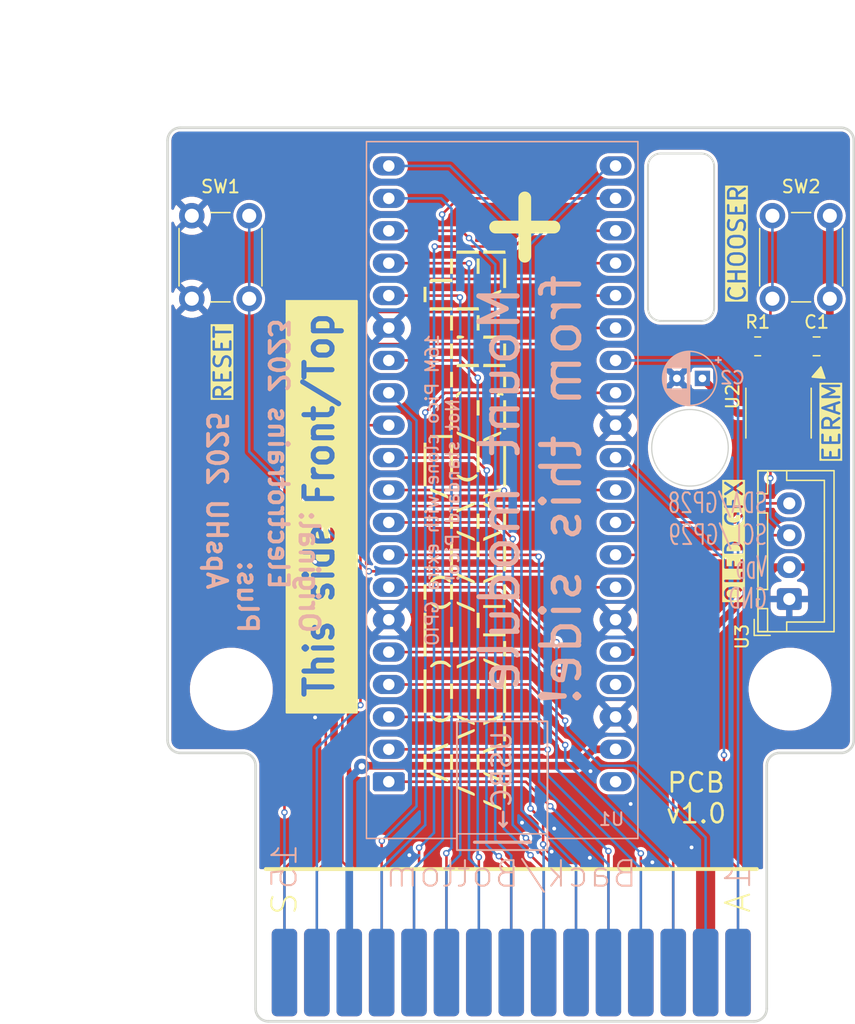
<source format=kicad_pcb>
(kicad_pcb (version 20240108) (generator "pcbnew") (generator_version "8.0")
  (title_block (title "A8PicoCart+") (date "2025-01-05") (rev "v1.0"))
  (layers (0 "F.Cu" signal) (31 "B.Cu" signal) (34 "B.Paste" user) (35 "F.Paste" user) (36 "B.SilkS" user "B.Silkscreen") (37 "F.SilkS" user "F.Silkscreen") (38 "B.Mask" user) (39 "F.Mask" user) (44 "Edge.Cuts" user))
  (net 0 "")
  (net 1 "GND")
  (net 2 "Net-(U2-VCAP)")
  (net 3 "+3V3")
  (net 4 "/D0")
  (net 5 "/A5")
  (net 6 "/D5")
  (net 7 "/~{S5}")
  (net 8 "/~{S4}")
  (net 9 "/R{slash}~{W}")
  (net 10 "/A9")
  (net 11 "/A7")
  (net 12 "/A10")
  (net 13 "/RD4")
  (net 14 "/D3")
  (net 15 "/A4")
  (net 16 "/A2")
  (net 17 "/A0")
  (net 18 "/D1")
  (net 19 "+5V")
  (net 20 "/A3")
  (net 21 "/A12")
  (net 22 "/A8")
  (net 23 "/~{CCTL}")
  (net 24 "/RD5")
  (net 25 "/D6")
  (net 26 "/D2")
  (net 27 "/A6")
  (net 28 "/A1")
  (net 29 "/PHI2")
  (net 30 "/D4")
  (net 31 "/D7")
  (net 32 "/A11")
  (net 33 "Net-(U2-A1)")
  (net 34 "Net-(U1-RUN)")
  (net 37 "/I^{2}C.SDA")
  (net 38 "/I^{2}C.SCL")
  (footprint "Button_Switch_THT:SW_PUSH_6mm_H8mm" (layer "F.Cu") (at 128.0575 67.463752 -90)
    (property "Reference" "SW1" (at -2.285318 2.25 180) (layer "F.SilkS") (effects (font (thickness 0.154))))
    (property "Value" "RESET" (at 11.555648 2.0735 90) (layer "F.SilkS" knockout) (effects (font (size 1.3 1.3) (thickness 0.2))))
    (pad "1" thru_hole circle (at 0 0) (size 2 2) (drill 1.1) (layers "*.Cu" "*.Mask") (net 34 "Net-(U1-RUN)"))
    (pad "1" thru_hole circle (at 6.5 0) (size 2 2) (drill 1.1) (layers "*.Cu" "*.Mask") (net 34 "Net-(U1-RUN)"))
    (pad "2" thru_hole circle (at 0 4.5) (size 2 2) (drill 1.1) (layers "*.Cu" "*.Mask") (net 1 "GND"))
    (pad "2" thru_hole circle (at 6.5 4.5) (size 2 2) (drill 1.1) (layers "*.Cu" "*.Mask") (net 1 "GND"))
  )
  (footprint "Connector_JST:JST_XH_B4B-XH-A_1x04_P2.50mm_Vertical" (layer "F.Cu") (at 170.3975 97.503434 90)
    (property "Reference" "U3" (at -2.953566 -3.6973 90) (layer "F.SilkS") (effects (font (thickness 0.154))))
    (property "Value" "OLED GFX" (at 9.416234 -4.3069 90) (layer "F.SilkS" knockout) (effects (font (size 1.3 1.3) (thickness 0.2)) (justify right)))
    (pad "1" thru_hole roundrect (at 0 0 90) (size 1.7 1.95) (drill 0.95) (layers "*.Cu" "*.Mask") (roundrect_rratio 0.147059) (net 1 "GND"))
    (pad "2" thru_hole oval (at 2.5 0 90) (size 1.7 1.95) (drill 0.95) (layers "*.Cu" "*.Mask") (net 3 "+3V3"))
    (pad "3" thru_hole oval (at 5 0 90) (size 1.7 1.95) (drill 0.95) (layers "*.Cu" "*.Mask") (net 38 "/I^{2}C.SCL"))
    (pad "4" thru_hole oval (at 7.5 0 90) (size 1.7 1.95) (drill 0.95) (layers "*.Cu" "*.Mask") (net 37 "/I^{2}C.SDA"))
  )
  (footprint "Package_SO:SOIC-8_3.9x4.9mm_P1.27mm" (layer "F.Cu") (at 169.5562 82.931 -90)
    (property "Reference" "U2" (at -1.2954 3.5926 90) (layer "F.SilkS") (effects (font (thickness 0.154))))
    (property "Value" "47L16")
    (pad "1" smd roundrect (at -2.475 -1.905 270) (size 1.95 0.6) (layers "F.Cu" "F.Paste" "F.Mask") (net 2 "Net-(U2-VCAP)"))
    (pad "2" smd roundrect (at -2.475 -0.635 270) (size 1.95 0.6) (layers "F.Cu" "F.Paste" "F.Mask") (net 33 "Net-(U2-A1)"))
    (pad "3" smd roundrect (at -2.475 0.635 270) (size 1.95 0.6) (layers "F.Cu" "F.Paste" "F.Mask") (net 33 "Net-(U2-A1)"))
    (pad "4" smd roundrect (at -2.475 1.905 270) (size 1.95 0.6) (layers "F.Cu" "F.Paste" "F.Mask") (net 1 "GND"))
    (pad "5" smd roundrect (at 2.475 1.905 270) (size 1.95 0.6) (layers "F.Cu" "F.Paste" "F.Mask") (net 37 "/I^{2}C.SDA"))
    (pad "6" smd roundrect (at 2.475 0.635 270) (size 1.95 0.6) (layers "F.Cu" "F.Paste" "F.Mask") (net 38 "/I^{2}C.SCL"))
    (pad "7" smd roundrect (at 2.475 -0.635 270) (size 1.95 0.6) (layers "F.Cu" "F.Paste" "F.Mask") (net 1 "GND"))
    (pad "8" smd roundrect (at 2.475 -1.905 270) (size 1.95 0.6) (layers "F.Cu" "F.Paste" "F.Mask") (net 3 "+3V3"))
  )
  (footprint "LOGO" (layer "F.Cu") (at 145.0086 92.0496 90)
    (property "Reference" "G***" (hide yes))
    (property "Value" "LOGO" (hide yes))
  )
  (footprint "Button_Switch_THT:SW_PUSH_6mm_H8mm" (layer "F.Cu") (at 169.0775 73.963752 90)
    (property "Reference" "SW2" (at 8.785318 2.25 180) (layer "F.SilkS") (effects (font (thickness 0.154))))
    (property "Value" "CHOOSER" (at 4.316952 -2.7583 90) (layer "F.SilkS" knockout) (effects (font (size 1.3 1.3) (thickness 0.2))))
    (pad "1" thru_hole circle (at 0 0 180) (size 2 2) (drill 1.1) (layers "*.Cu" "*.Mask") (net 33 "Net-(U2-A1)"))
    (pad "1" thru_hole circle (at 6.5 0 180) (size 2 2) (drill 1.1) (layers "*.Cu" "*.Mask") (net 33 "Net-(U2-A1)"))
    (pad "2" thru_hole circle (at 0 4.5 180) (size 2 2) (drill 1.1) (layers "*.Cu" "*.Mask") (net 3 "+3V3"))
    (pad "2" thru_hole circle (at 6.5 4.5 180) (size 2 2) (drill 1.1) (layers "*.Cu" "*.Mask") (net 3 "+3V3"))
  )
  (footprint "Capacitor_SMD:C_0805_2012Metric_Pad1.18x1.45mm_HandSolder" (layer "F.Cu") (at 172.54 77.6986 180)
    (property "Reference" "C1" (at 0 1.905 0) (layer "F.SilkS") (effects (font (thickness 0.154))))
    (property "Value" "100n")
    (pad "1" smd roundrect (at -1.0375 0 180) (size 1.175 1.45) (layers "F.Cu" "F.Paste" "F.Mask") (roundrect_rratio 0.212766) (net 3 "+3V3"))
    (pad "2" smd roundrect (at 1.0375 0 180) (size 1.175 1.45) (layers "F.Cu" "F.Paste" "F.Mask") (roundrect_rratio 0.212766) (net 1 "GND"))
  )
  (footprint "MountingHole:MountingHole_6mm" (layer "F.Cu") (at 170.4575 104.563752)
    (property "Reference" "H1" (hide yes))
    (property "Value" "ϕ6mm")
    (pad "" np_thru_hole circle (at 0 0) (size 6 6) (drill 6) (layers "*.Cu" "*.Mask"))
  )
  (footprint "Resistor_SMD:R_0805_2012Metric_Pad1.20x1.40mm_HandSolder" (layer "F.Cu") (at 167.9212 77.6986 180)
    (property "Reference" "R1" (at 0 1.905 0) (layer "F.SilkS") (effects (font (thickness 0.154))))
    (property "Value" "4k7")
    (pad "1" smd roundrect (at -1 0 180) (size 1.2 1.4) (layers "F.Cu" "F.Paste" "F.Mask") (roundrect_rratio 0.208333) (net 33 "Net-(U2-A1)"))
    (pad "2" smd roundrect (at 1 0 180) (size 1.2 1.4) (layers "F.Cu" "F.Paste" "F.Mask") (roundrect_rratio 0.208333) (net 1 "GND"))
  )
  (footprint "MountingHole:MountingHole_6mm" (layer "F.Cu") (at 126.6575 104.563752)
    (property "Reference" "H2" (hide yes))
    (property "Value" "ϕ6mm")
    (pad "" np_thru_hole circle (at 0 0) (size 6 6) (drill 6) (layers "*.Cu" "*.Mask"))
  )
  (footprint "Atari:Cartridge_A8" (layer "B.Cu") (at 148.600836 130.543434 180)
    (property "Reference" "J1" (hide yes))
    (property "Value" "A8_Cartridge" (hide yes))
    (fp_text user "1" (at -17.78 10.16 90) (layer "B.SilkS") (effects (font (size 1.9 1.9) (thickness 0.154)) (justify right mirror)))
    (fp_text user "Back/Bottom" (at 0.010836 11.493634 0) (layer "B.SilkS") (effects (font (size 2 2) (thickness 0.154)) (justify mirror)))
    (fp_text user "15" (at 17.78 10.16 90) (layer "B.SilkS") (effects (font (size 1.9 1.9) (thickness 0.154)) (justify right mirror)))
    (fp_text user "A" (at -17.78 10.159999 90) (layer "F.SilkS") (effects (font (size 1.9 1.9) (thickness 0.154)) (justify right)))
    (fp_text user "This side Front/Top" (at 15.047636 25.133434 90) (layer "F.SilkS" knockout) (effects (font (size 2.2 2) (thickness 0.4) (bold yes)) (justify left)))
    (fp_text user "S" (at 17.78 10.16 90) (layer "F.SilkS") (effects (font (size 1.9 1.9) (thickness 0.154)) (justify right)))
    (pad "1" smd roundrect (at -17.78 3.77 90) (size 6.858 2) (layers "B.Cu" "B.Mask") (roundrect_rratio 0.2) (net 8 "/~{S4}"))
    (pad "2" smd roundrect (at -15.24 3.77 90) (size 6.858 2) (layers "B.Cu" "B.Mask") (roundrect_rratio 0.2) (net 20 "/A3"))
    (pad "3" smd roundrect (at -12.7 3.77 90) (size 6.858 2) (layers "B.Cu" "B.Mask") (roundrect_rratio 0.2) (net 16 "/A2"))
    (pad "4" smd roundrect (at -10.16 3.77 90) (size 6.858 2) (layers "B.Cu" "B.Mask") (roundrect_rratio 0.2) (net 28 "/A1"))
    (pad "5" smd roundrect (at -7.62 3.77 90) (size 6.858 2) (layers "B.Cu" "B.Mask") (roundrect_rratio 0.2) (net 17 "/A0"))
    (pad "6" smd roundrect (at -5.08 3.77 90) (size 6.858 2) (layers "B.Cu" "B.Mask") (roundrect_rratio 0.2) (net 30 "/D4"))
    (pad "7" smd roundrect (at -2.54 3.77 90) (size 6.858 2) (layers "B.Cu" "B.Mask") (roundrect_rratio 0.2) (net 6 "/D5"))
    (pad "8" smd roundrect (at 0 3.77 90) (size 6.858 2) (layers "B.Cu" "B.Mask") (roundrect_rratio 0.2) (net 26 "/D2"))
    (pad "9" smd roundrect (at 2.54 3.77 90) (size 6.858 2) (layers "B.Cu" "B.Mask") (roundrect_rratio 0.2) (net 18 "/D1"))
    (pad "10" smd roundrect (at 5.08 3.77 90) (size 6.858 2) (layers "B.Cu" "B.Mask") (roundrect_rratio 0.2) (net 4 "/D0"))
    (pad "11" smd roundrect (at 7.62 3.77 90) (size 6.858 2) (layers "B.Cu" "B.Mask") (roundrect_rratio 0.2) (net 25 "/D6"))
    (pad "12" smd roundrect (at 10.16 3.77 90) (size 6.858 2) (layers "B.Cu" "B.Mask") (roundrect_rratio 0.2) (net 7 "/~{S5}"))
    (pad "13" smd roundrect (at 12.7 3.77 90) (size 6.858 2) (layers "B.Cu" "B.Mask") (roundrect_rratio 0.2) (net 19 "+5V"))
    (pad "14" smd roundrect (at 15.24 3.77 90) (size 6.858 2) (layers "B.Cu" "B.Mask") (roundrect_rratio 0.2) (net 24 "/RD5"))
    (pad "15" smd roundrect (at 17.78 3.77 90) (size 6.858 2) (layers "B.Cu" "B.Mask") (roundrect_rratio 0.2) (net 23 "/~{CCTL}"))
    (pad "A" smd roundrect (at -17.78 3.77 90) (size 6.858 2) (layers "F.Cu" "F.Mask") (roundrect_rratio 0.2) (net 13 "/RD4"))
    (pad "B" smd roundrect (at -15.24 3.77 90) (size 6.858 2) (layers "F.Cu" "F.Mask") (roundrect_rratio 0.2) (net 1 "GND"))
    (pad "C" smd roundrect (at -12.7 3.77 90) (size 6.858 2) (layers "F.Cu" "F.Mask") (roundrect_rratio 0.2) (net 15 "/A4"))
    (pad "D" smd roundrect (at -10.16 3.77 90) (size 6.858 2) (layers "F.Cu" "F.Mask") (roundrect_rratio 0.2) (net 5 "/A5"))
    (pad "E" smd roundrect (at -7.62 3.77 90) (size 6.858 2) (layers "F.Cu" "F.Mask") (roundrect_rratio 0.2) (net 27 "/A6"))
    (pad "F" smd roundrect (at -5.08 3.77 90) (size 6.858 2) (layers "F.Cu" "F.Mask") (roundrect_rratio 0.2) (net 11 "/A7"))
    (pad "H" smd roundrect (at -2.54 3.77 90) (size 6.858 2) (layers "F.Cu" "F.Mask") (roundrect_rratio 0.2) (net 22 "/A8"))
    (pad "J" smd roundrect (at 0 3.77 90) (size 6.858 2) (layers "F.Cu" "F.Mask") (roundrect_rratio 0.2) (net 10 "/A9"))
    (pad "K" smd roundrect (at 2.54 3.77 90) (size 6.858 2) (layers "F.Cu" "F.Mask") (roundrect_rratio 0.2) (net 21 "/A12"))
    (pad "L" smd roundrect (at 5.08 3.77 90) (size 6.858 2) (layers "F.Cu" "F.Mask") (roundrect_rratio 0.2) (net 14 "/D3"))
    (pad "M" smd roundrect (at 7.62 3.77 90) (size 6.858 2) (layers "F.Cu" "F.Mask") (roundrect_rratio 0.2) (net 31 "/D7"))
    (pad "N" smd roundrect (at 10.16 3.77 90) (size 6.858 2) (layers "F.Cu" "F.Mask") (roundrect_rratio 0.2) (net 32 "/A11"))
    (pad "P" smd roundrect (at 12.7 3.77 90) (size 6.858 2) (layers "F.Cu" "F.Mask") (roundrect_rratio 0.2) (net 12 "/A10"))
    (pad "R" smd roundrect (at 15.24 3.77 90) (size 6.858 2) (layers "F.Cu" "F.Mask") (roundrect_rratio 0.2) (net 9 "/R{slash}~{W}"))
    (pad "S" smd roundrect (at 17.78 3.77 90) (size 6.858 2) (layers "F.Cu" "F.Mask") (roundrect_rratio 0.2) (net 29 "/PHI2"))
  )
  (footprint "Attila:RP2040_purple_nodbg" (layer "B.Cu") (at 147.89 87.69 90)
    (property "Reference" "U1" (at -27.0672 8.574 0) (layer "B.SilkS") (effects (font (thickness 0.154)) (justify mirror)))
    (property "Value" "RP2040_PURPLE")
    (pad "1" thru_hole roundrect (at -24.13 -8.89 90) (size 1.5 2.5) (drill 0.9) (layers "*.Cu" "*.Mask") (roundrect_rratio 0) (chamfer_ratio 0.1) (chamfer top_left top_right bottom_left bottom_right) (net 17 "/A0"))
    (pad "2" thru_hole oval (at -21.59 -8.89 90) (size 1.5 2.5) (drill 0.9) (layers "*.Cu" "*.Mask") (net 28 "/A1"))
    (pad "3" thru_hole oval (at -19.05 -8.89 90) (size 1.5 2.5) (drill 0.9) (layers "*.Cu" "*.Mask") (net 16 "/A2"))
    (pad "4" thru_hole oval (at -16.51 -8.89 90) (size 1.5 2.5) (drill 0.9) (layers "*.Cu" "*.Mask") (net 20 "/A3"))
    (pad "5" thru_hole oval (at -13.97 -8.89 90) (size 1.5 2.5) (drill 0.9) (layers "*.Cu" "*.Mask") (net 15 "/A4"))
    (pad "6" thru_hole oval (at -11.43 -8.89 90) (size 1.5 2.5) (drill 0.9) (layers "*.Cu" "*.Mask") (net 1 "GND"))
    (pad "7" thru_hole oval (at -8.89 -8.89 90) (size 1.5 2.5) (drill 0.9) (layers "*.Cu" "*.Mask") (net 5 "/A5"))
    (pad "8" thru_hole oval (at -6.35 -8.89 90) (size 1.5 2.5) (drill 0.9) (layers "*.Cu" "*.Mask") (net 27 "/A6"))
    (pad "9" thru_hole oval (at -3.81 -8.89 90) (size 1.5 2.5) (drill 0.9) (layers "*.Cu" "*.Mask") (net 11 "/A7"))
    (pad "10" thru_hole oval (at -1.27 -8.89 90) (size 1.5 2.5) (drill 0.9) (layers "*.Cu" "*.Mask") (net 22 "/A8"))
    (pad "11" thru_hole oval (at 1.27 -8.89 90) (size 1.5 2.5) (drill 0.9) (layers "*.Cu" "*.Mask") (net 10 "/A9"))
    (pad "12" thru_hole oval (at 3.81 -8.89 90) (size 1.5 2.5) (drill 0.9) (layers "*.Cu" "*.Mask") (net 12 "/A10"))
    (pad "13" thru_hole oval (at 6.35 -8.89 90) (size 1.5 2.5) (drill 0.9) (layers "*.Cu" "*.Mask") (net 32 "/A11"))
    (pad "14" thru_hole oval (at 8.89 -8.89 90) (size 1.5 2.5) (drill 0.9) (layers "*.Cu" "*.Mask") (net 21 "/A12"))
    (pad "15" thru_hole oval (at 11.43 -8.89 90) (size 1.5 2.5) (drill 0.9) (layers "*.Cu" "*.Mask") (net 1 "GND"))
    (pad "16" thru_hole oval (at 13.97 -8.89 90) (size 1.5 2.5) (drill 0.9) (layers "*.Cu" "*.Mask") (net 4 "/D0"))
    (pad "17" thru_hole oval (at 16.51 -8.89 90) (size 1.5 2.5) (drill 0.9) (layers "*.Cu" "*.Mask") (net 18 "/D1"))
    (pad "18" thru_hole oval (at 19.05 -8.89 90) (size 1.5 2.5) (drill 0.9) (layers "*.Cu" "*.Mask") (net 26 "/D2"))
    (pad "19" thru_hole oval (at 21.59 -8.89 90) (size 1.5 2.5) (drill 0.9) (layers "*.Cu" "*.Mask") (net 14 "/D3"))
    (pad "20" thru_hole oval (at 24.13 -8.89 90) (size 1.5 2.5) (drill 0.9) (layers "*.Cu" "*.Mask") (net 30 "/D4"))
    (pad "21" thru_hole oval (at 24.13 8.89 90) (size 1.5 2.5) (drill 0.9) (layers "*.Cu" "*.Mask") (net 6 "/D5"))
    (pad "22" thru_hole oval (at 21.59 8.89 90) (size 1.5 2.5) (drill 0.9) (layers "*.Cu" "*.Mask") (net 25 "/D6"))
    (pad "23" thru_hole oval (at 19.05 8.89 90) (size 1.5 2.5) (drill 0.9) (layers "*.Cu" "*.Mask") (net 31 "/D7"))
    (pad "24" thru_hole oval (at 16.51 8.89 90) (size 1.5 2.5) (drill 0.9) (layers "*.Cu" "*.Mask") (net 23 "/~{CCTL}"))
    (pad "25" thru_hole oval (at 13.97 8.89 90) (size 1.5 2.5) (drill 0.9) (layers "*.Cu" "*.Mask") (net 29 "/PHI2"))
    (pad "26" thru_hole oval (at 11.43 8.89 90) (size 1.5 2.5) (drill 0.9) (layers "*.Cu" "*.Mask") (net 9 "/R{slash}~{W}"))
    (pad "27" thru_hole oval (at 8.89 8.89 90) (size 1.5 2.5) (drill 0.9) (layers "*.Cu" "*.Mask") (net 8 "/~{S4}"))
    (pad "28" thru_hole oval (at 6.35 8.89 90) (size 1.5 2.5) (drill 0.9) (layers "*.Cu" "*.Mask") (net 7 "/~{S5}"))
    (pad "29" thru_hole oval (at 3.81 8.89 90) (size 1.5 2.5) (drill 0.9) (layers "*.Cu" "*.Mask") (net 1 "GND"))
    (pad "30" thru_hole oval (at 1.27 8.89 90) (size 1.5 2.5) (drill 0.9) (layers "*.Cu" "*.Mask") (net 13 "/RD4"))
    (pad "31" thru_hole oval (at -1.27 8.89 90) (size 1.5 2.5) (drill 0.9) (layers "*.Cu" "*.Mask") (net 24 "/RD5"))
    (pad "32" thru_hole oval (at -3.81 8.89 90) (size 1.5 2.5) (drill 0.9) (layers "*.Cu" "*.Mask") (net 37 "/I^{2}C.SDA"))
    (pad "33" thru_hole oval (at -6.35 8.89 90) (size 1.5 2.5) (drill 0.9) (layers "*.Cu" "*.Mask") (net 38 "/I^{2}C.SCL"))
    (pad "34" thru_hole oval (at -8.89 8.89 90) (size 1.5 2.5) (drill 0.9) (layers "*.Cu" "*.Mask") (net 34 "Net-(U1-RUN)"))
    (pad "35" thru_hole oval (at -11.43 8.89 90) (size 1.5 2.5) (drill 0.9) (layers "*.Cu" "*.Mask") (net 1 "GND"))
    (pad "36" thru_hole oval (at -13.97 8.89 90) (size 1.5 2.5) (drill 0.9) (layers "*.Cu" "*.Mask") (net 3 "+3V3"))
    (pad "37" thru_hole oval (at -16.51 8.89 90) (size 1.5 2.5) (drill 0.9) (layers "*.Cu" "*.Mask"))
    (pad "38" thru_hole oval (at -19.05 8.89 90) (size 1.5 2.5) (drill 0.9) (layers "*.Cu" "*.Mask") (net 1 "GND"))
    (pad "39" thru_hole oval (at -21.59 8.89 90) (size 1.5 2.5) (drill 0.9) (layers "*.Cu" "*.Mask") (net 19 "+5V"))
    (pad "40" thru_hole oval (at -24.13 8.89 90) (size 1.5 2.5) (drill 0.9) (layers "*.Cu" "*.Mask"))
  )
  (footprint "Capacitor_THT:CP_Radial_D4.0mm_P2.00mm" (layer "B.Cu") (at 163.5862 80.2104 180)
    (property "Reference" "C2" (at -2.3548 0.0508 0) (layer "B.SilkS") (effects (font (thickness 0.154)) (justify mirror)))
    (property "Value" "33µ/16V")
    (pad "1" thru_hole rect (at 0 0 180) (size 1.2 1.2) (drill 0.6) (layers "*.Cu" "*.Mask") (net 2 "Net-(U2-VCAP)"))
    (pad "2" thru_hole circle (at 2 0 180) (size 1.2 1.2) (drill 0.6) (layers "*.Cu" "*.Mask") (net 1 "GND"))
  )
  (gr_line (start 150.114 116.5606) (end 145.7198 116.5606) (stroke (width 0.25)) (layer "B.SilkS"))
  (gr_rect (start 144.343334 107.0864) (end 151.436666 117.175) (stroke (width 0.15)) (fill none) (layer "B.SilkS"))
  (gr_line (start 129.3575 118.663752) (end 167.8575 118.663752) (stroke (width 0.3)) (layer "F.SilkS"))
  (gr_rect (start 130.9878 75.1586) (end 131.7498 105.41) (stroke (width 0.15)) (fill solid) (layer "F.SilkS"))
  (gr_rect (start 135.7376 75.0824) (end 136.4996 105.5116) (stroke (width 0.15)) (fill solid) (layer "F.SilkS"))
  (gr_rect (start 130.9878 74.1426) (end 136.4996 75.1586) (stroke (width 0.15)) (fill solid) (layer "F.SilkS"))
  (gr_rect (start 130.9878 105.3846) (end 136.4996 106.4006) (stroke (width 0.15)) (fill solid) (layer "F.SilkS"))
  (gr_arc (start 121.6575 61.563752) (mid 121.950387 60.856634) (end 122.6575 60.563752) (stroke (width 0.2)) (layer "Edge.Cuts"))
  (gr_line (start 127.5575 109.563752) (end 122.6575 109.563752) (stroke (width 0.2)) (layer "Edge.Cuts"))
  (gr_arc (start 168.6325 129.598434) (mid 168.339607 130.305541) (end 167.6325 130.598434) (stroke (width 0.2)) (layer "Edge.Cuts"))
  (gr_arc (start 175.4575 108.563752) (mid 175.1646 109.270847) (end 174.4575 109.563752) (stroke (width 0.2)) (layer "Edge.Cuts"))
  (gr_arc (start 163.5031 62.5856) (mid 164.210207 62.878493) (end 164.5031 63.5856) (stroke (width 0.15)) (layer "Edge.Cuts"))
  (gr_arc (start 159.3215 63.5856) (mid 159.614393 62.878493) (end 160.3215 62.5856) (stroke (width 0.15)) (layer "Edge.Cuts"))
  (gr_arc (start 160.3215 75.7047) (mid 159.614393 75.411807) (end 159.3215 74.7047) (stroke (width 0.15)) (layer "Edge.Cuts"))
  (gr_arc (start 122.6575 109.563752) (mid 121.950387 109.27086) (end 121.6575 108.563752) (stroke (width 0.2)) (layer "Edge.Cuts"))
  (gr_arc (start 164.5031 74.7047) (mid 164.210207 75.411807) (end 163.5031 75.7047) (stroke (width 0.15)) (layer "Edge.Cuts"))
  (gr_line (start 163.5031 75.7047) (end 160.3215 75.7047) (stroke (width 0.15)) (layer "Edge.Cuts"))
  (gr_line (start 175.4575 61.563752) (end 175.4575 108.563752) (stroke (width 0.2)) (layer "Edge.Cuts"))
  (gr_line (start 174.4575 109.563752) (end 169.6325 109.563752) (stroke (width 0.2)) (layer "Edge.Cuts"))
  (gr_line (start 128.5575 129.598434) (end 128.5575 110.563752) (stroke (width 0.2)) (layer "Edge.Cuts"))
  (gr_line (start 167.6325 130.598434) (end 129.5575 130.598434) (stroke (width 0.2)) (layer "Edge.Cuts"))
  (gr_circle (center 162.6136 85.6488) (end 165.6136 85.6488) (stroke (width 0.1)) (fill none) (layer "Edge.Cuts"))
  (gr_line (start 160.3215 62.5856) (end 163.5031 62.5856) (stroke (width 0.15)) (layer "Edge.Cuts"))
  (gr_arc (start 174.4575 60.563752) (mid 175.1646 60.856646) (end 175.4575 61.563752) (stroke (width 0.2)) (layer "Edge.Cuts"))
  (gr_arc (start 168.6325 110.563752) (mid 168.925387 109.856634) (end 169.6325 109.563752) (stroke (width 0.2)) (layer "Edge.Cuts"))
  (gr_arc (start 127.5575 109.563752) (mid 128.2646 109.856646) (end 128.5575 110.563752) (stroke (width 0.2)) (layer "Edge.Cuts"))
  (gr_line (start 164.5031 63.5856) (end 164.5031 74.7047) (stroke (width 0.15)) (layer "Edge.Cuts"))
  (gr_line (start 121.6575 108.563752) (end 121.6575 61.563752) (stroke (width 0.2)) (layer "Edge.Cuts"))
  (gr_line (start 168.6325 110.563752) (end 168.6325 129.598434) (stroke (width 0.2)) (layer "Edge.Cuts"))
  (gr_line (start 122.6575 60.563752) (end 174.4575 60.563752) (stroke (width 0.2)) (layer "Edge.Cuts"))
  (gr_line (start 159.3215 74.7047) (end 159.3215 63.5856) (stroke (width 0.15)) (layer "Edge.Cuts"))
  (gr_arc (start 129.5575 130.598434) (mid 128.850393 130.305541) (end 128.5575 129.598434) (stroke (width 0.2)) (layer "Edge.Cuts"))
  (gr_text "SDA/GP28\nSCL/GP29\nV_{DD}\nGND" (at 168.7576 98.3742 0) (layer "B.SilkS") (effects (font (size 1.55 1) (thickness 0.154)) (justify left bottom mirror)))
  (gr_text "Original:\n   Electrotrains 2023\nPlus:\n   ApsHU 2025" (at 129.1336 100.33 -90) (layer "B.SilkS") (effects (font (size 1.5 1.5) (thickness 0.3) (bold yes)) (justify left mirror)))
  (gr_text "16M Pico clone with extra GPIO\nNot standard Pico!" (at 143.2052 88.96 90) (layer "B.SilkS") (effects (font (size 1 1) (thickness 0.16)) (justify mirror)))
  (gr_text "Mount module\nfrom this side!" (at 154.2796 88.96 90) (layer "B.SilkS") (effects (font (size 3 3) (thickness 0.4)) (justify bottom mirror)))
  (gr_text "USBC→" (at 147.8534 111.76 90) (layer "B.SilkS") (effects (font (size 1.5 1.5) (thickness 0.2)) (justify mirror)))
  (gr_text "+" (at 149.225 68.3514 90) (layer "F.SilkS") (effects (font (size 6 6) (thickness 1) (bold yes))))
  (gr_text "EERAM" (at 174.4726 86.868 90) (layer "F.SilkS" knockout) (effects (font (size 1.3 1.3) (thickness 0.2)) (justify left bottom)))
  (gr_text "PCB\n${REVISION}" (at 163.0934 115.189 0) (layer "F.SilkS") (effects (font (size 1.5 1.5) (thickness 0.2)) (justify bottom)))
  (segment (start 163.840836 126.773434) (end 163.840836 118.298636) (width 1.5) (layer "F.Cu") (net 1))
  (segment (start 163.840836 118.298636) (end 163.83 118.2878) (width 1.5) (layer "F.Cu") (net 1))
  (via (at 140.6144 117.5766) (size 0.5) (drill 0.3) (layers "F.Cu" "B.Cu") (net 1))
  (via (at 133.223 94.5896) (size 0.5) (drill 0.3) (layers "F.Cu" "B.Cu") (net 1))
  (via (at 159.6644 118.1354) (size 0.5) (drill 0.3) (layers "F.Cu" "B.Cu") (net 1))
  (via (at 151.9682 115.4938) (size 0.5) (drill 0.3) (layers "F.Cu" "B.Cu") (net 1))
  (via (at 151.765 117.2972) (size 0.5) (drill 0.3) (layers "F.Cu" "B.Cu") (net 1))
  (via (at 154.7622 117.7798) (size 0.5) (drill 0.3) (layers "F.Cu" "B.Cu") (net 1))
  (via (at 162.7378 116.967) (size 0.5) (drill 0.3) (layers "F.Cu" "B.Cu") (net 1))
  (via (at 149.444443 115.02896) (size 0.5) (drill 0.3) (layers "F.Cu" "B.Cu") (net 1))
  (via (at 157.9626 113.5634) (size 0.5) (drill 0.3) (layers "F.Cu" "B.Cu") (net 1))
  (via (at 133.223 106.7816) (size 0.5) (drill 0.3) (layers "F.Cu" "B.Cu") (net 1))
  (via (at 154.813 110.998) (size 0.5) (drill 0.3) (layers "F.Cu" "B.Cu") (net 1))
  (segment (start 170.5356 82.931) (end 171.4612 82.0054) (width 0.6) (layer "F.Cu") (net 2))
  (segment (start 166.3068 82.931) (end 170.5356 82.931) (width 0.6) (layer "F.Cu") (net 2))
  (segment (start 171.4612 82.0054) (end 171.4612 80.456) (width 0.6) (layer "F.Cu") (net 2))
  (segment (start 163.5862 80.2104) (end 166.3068 82.931) (width 0.6) (layer "F.Cu") (net 2))
  (segment (start 162.6524 101.66) (end 169.308966 95.003434) (width 0.6) (layer "F.Cu") (net 3))
  (segment (start 173.5775 93.2241) (end 171.798166 95.003434) (width 0.6) (layer "F.Cu") (net 3))
  (segment (start 169.308966 95.003434) (end 170.3975 95.003434) (width 0.6) (layer "F.Cu") (net 3))
  (segment (start 173.5775 73.963752) (end 173.5775 85.6234) (width 0.6) (layer "F.Cu") (net 3))
  (segment (start 173.5775 85.6234) (end 173.5775 93.2241) (width 0.6) (layer "F.Cu") (net 3))
  (segment (start 171.4612 85.406) (end 173.5775 85.406) (width 0.6) (layer "F.Cu") (net 3))
  (segment (start 156.78 101.66) (end 162.6524 101.66) (width 0.6) (layer "F.Cu") (net 3))
  (segment (start 171.798166 95.003434) (end 170.3975 95.003434) (width 0.6) (layer "F.Cu") (net 3))
  (segment (start 173.5775 67.463752) (end 173.5775 73.963752) (width 0.6) (layer "B.Cu") (net 3))
  (segment (start 144.4336 73.72) (end 139 73.72) (width 0.2) (layer "F.Cu") (net 4))
  (segment (start 144.5768 73.8632) (end 144.4336 73.72) (width 0.2) (layer "F.Cu") (net 4))
  (via (at 144.5768 73.8632) (size 0.5) (drill 0.3) (layers "F.Cu" "B.Cu") (net 4))
  (segment (start 143.520836 118.628836) (end 144.6022 117.547472) (width 0.2) (layer "B.Cu") (net 4))
  (segment (start 144.6022 73.8886) (end 144.5768 73.8632) (width 0.2) (layer "B.Cu") (net 4))
  (segment (start 143.520836 126.773434) (end 143.520836 118.628836) (width 0.2) (layer "B.Cu") (net 4))
  (segment (start 144.6022 117.547472) (end 144.6022 73.8886) (width 0.2) (layer "B.Cu") (net 4))
  (segment (start 139 96.58) (end 147.8372 96.58) (width 0.2) (layer "F.Cu") (net 5))
  (segment (start 147.8372 96.58) (end 152.146 100.8888) (width 0.2) (layer "F.Cu") (net 5))
  (segment (start 158.760836 126.773434) (end 158.760836 118.628836) (width 0.2) (layer "F.Cu") (net 5))
  (segment (start 158.760836 118.628836) (end 158.760836 117.43504) (width 0.2) (layer "F.Cu") (net 5))
  (segment (start 158.760836 117.43504) (end 158.76084 117.435036) (width 0.2) (layer "F.Cu") (net 5))
  (via (at 152.146 100.8888) (size 0.5) (drill 0.3) (layers "F.Cu" "B.Cu") (net 5))
  (via (at 158.76084 117.435036) (size 0.5) (drill 0.3) (layers "F.Cu" "B.Cu") (net 5))
  (segment (start 152.146 101.8794) (end 152.146 100.8888) (width 0.2) (layer "B.Cu") (net 5))
  (segment (start 152.146 110.8202) (end 152.146 110.0328) (width 0.2) (layer "B.Cu") (net 5))
  (segment (start 152.146 110.0328) (end 152.146 101.8794) (width 0.2) (layer "B.Cu") (net 5))
  (segment (start 152.146 110.8202) (end 158.760836 117.435036) (width 0.2) (layer "B.Cu") (net 5))
  (segment (start 158.760836 117.435036) (end 158.76084 117.435036) (width 0.2) (layer "B.Cu") (net 5))
  (segment (start 151.102025 114.907021) (end 151.102025 116.726405) (width 0.2) (layer "F.Cu") (net 6))
  (segment (start 150.114 113.918996) (end 151.102025 114.907021) (width 0.2) (layer "F.Cu") (net 6))
  (via (at 150.114 113.918996) (size 0.5) (drill 0.3) (layers "F.Cu" "B.Cu") (net 6))
  (via (at 151.102025 116.726405) (size 0.5) (drill 0.3) (layers "F.Cu" "B.Cu") (net 6))
  (segment (start 156.78 63.56) (end 156.2516 63.56) (width 0.2) (layer "B.Cu") (net 6))
  (segment (start 150.0886 88.5444) (end 150.0886 113.893596) (width 0.2) (layer "B.Cu") (net 6))
  (segment (start 151.140836 126.773434) (end 151.140836 118.628836) (width 0.2) (layer "B.Cu") (net 6))
  (segment (start 150.0886 113.893596) (end 150.114 113.918996) (width 0.2) (layer "B.Cu") (net 6))
  (segment (start 156.2516 63.56) (end 150.0886 69.723) (width 0.2) (layer "B.Cu") (net 6))
  (segment (start 150.0886 69.723) (end 150.0886 88.5444) (width 0.2) (layer "B.Cu") (net 6))
  (segment (start 151.140836 116.765216) (end 151.102025 116.726405) (width 0.2) (layer "B.Cu") (net 6))
  (segment (start 151.140836 118.628836) (end 151.140836 116.765216) (width 0.2) (layer "B.Cu") (net 6))
  (segment (start 156.78 81.34) (end 143.399205 81.34) (width 0.2) (layer "F.Cu") (net 7))
  (segment (start 143.399205 81.34) (end 141.859005 82.8802) (width 0.2) (layer "F.Cu") (net 7))
  (via (at 141.859005 82.8802) (size 0.5) (drill 0.3) (layers "F.Cu" "B.Cu") (net 7))
  (segment (start 141.859005 115.210667) (end 141.859005 82.8802) (width 0.2) (layer "B.Cu") (net 7))
  (segment (start 138.440836 126.773434) (end 138.440836 118.628836) (width 0.2) (layer "B.Cu") (net 7))
  (segment (start 138.440836 118.628836) (end 141.859005 115.210667) (width 0.2) (layer "B.Cu") (net 7))
  (segment (start 166.380836 80.325636) (end 166.380836 118.628836) (width 0.2) (layer "B.Cu") (net 8))
  (segment (start 156.78 78.8) (end 164.8552 78.8) (width 0.2) (layer "B.Cu") (net 8))
  (segment (start 164.8552 78.8) (end 166.380836 80.325636) (width 0.2) (layer "B.Cu") (net 8))
  (segment (start 166.380836 126.773434) (end 166.380836 118.628836) (width 0.2) (layer "B.Cu") (net 8))
  (segment (start 133.360836 118.8212) (end 134.0612 118.120836) (width 0.2) (layer "F.Cu") (net 9))
  (segment (start 154.6006 76.26) (end 156.78 76.26) (width 0.2) (layer "F.Cu") (net 9))
  (segment (start 153.3398 77.5208) (end 154.6006 76.26) (width 0.2) (layer "F.Cu") (net 9))
  (segment (start 134.0612 118.120836) (end 134.0612 78.74) (width 0.2) (layer "F.Cu") (net 9))
  (segment (start 133.360836 126.773434) (end 133.360836 118.8212) (width 0.2) (layer "F.Cu") (net 9))
  (segment (start 135.2804 77.5208) (end 153.3398 77.5208) (width 0.2) (layer "F.Cu") (net 9))
  (segment (start 134.0612 78.74) (end 135.2804 77.5208) (width 0.2) (layer "F.Cu") (net 9))
  (segment (start 148.600836 118.628836) (end 147.6248 117.6528) (width 0.2) (layer "F.Cu") (net 10))
  (segment (start 148.600836 126.773434) (end 148.600836 118.628836) (width 0.2) (layer "F.Cu") (net 10))
  (segment (start 145.6782 86.42) (end 146.685 87.4268) (width 0.2) (layer "F.Cu") (net 10))
  (segment (start 139 86.42) (end 145.6782 86.42) (width 0.2) (layer "F.Cu") (net 10))
  (via (at 146.685 87.4268) (size 0.5) (drill 0.3) (layers "F.Cu" "B.Cu") (net 10))
  (via (at 147.6248 117.6528) (size 0.5) (drill 0.3) (layers "F.Cu" "B.Cu") (net 10))
  (segment (start 146.685 87.4268) (end 146.6596 87.4522) (width 0.2) (layer "B.Cu") (net 10))
  (segment (start 146.6596 116.7638) (end 147.5486 117.6528) (width 0.2) (layer "B.Cu") (net 10))
  (segment (start 147.5486 117.6528) (end 147.6248 117.6528) (width 0.2) (layer "B.Cu") (net 10))
  (segment (start 146.6596 87.4522) (end 146.6596 116.7638) (width 0.2) (layer "B.Cu") (net 10))
  (segment (start 153.680836 126.773434) (end 153.680836 118.628836) (width 0.2) (layer "F.Cu") (net 11))
  (segment (start 152.150265 118.628836) (end 149.751936 116.230507) (width 0.2) (layer "F.Cu") (net 11))
  (segment (start 153.680836 118.628836) (end 152.150265 118.628836) (width 0.2) (layer "F.Cu") (net 11))
  (segment (start 147.430818 91.5) (end 148.716998 92.78618) (width 0.2) (layer "F.Cu") (net 11))
  (segment (start 139 91.5) (end 147.430818 91.5) (width 0.2) (layer "F.Cu") (net 11))
  (via (at 148.716998 92.78618) (size 0.5) (drill 0.3) (layers "F.Cu" "B.Cu") (net 11))
  (via (at 149.751936 116.230507) (size 0.5) (drill 0.3) (layers "F.Cu" "B.Cu") (net 11))
  (segment (start 148.717 113.664998) (end 148.717 93.023605) (width 0.2) (layer "B.Cu") (net 11))
  (segment (start 148.717 115.195571) (end 149.751936 116.230507) (width 0.2) (layer "B.Cu") (net 11))
  (segment (start 148.717 92.786182) (end 148.716998 92.78618) (width 0.2) (layer "B.Cu") (net 11))
  (segment (start 148.717 113.664998) (end 148.717 115.195571) (width 0.2) (layer "B.Cu") (net 11))
  (segment (start 148.717 93.023605) (end 148.717 92.786182) (width 0.2) (layer "B.Cu") (net 11))
  (segment (start 137.0746 83.88) (end 139 83.88) (width 0.2) (layer "F.Cu") (net 12))
  (segment (start 135.900836 118.628836) (end 135.3566 118.0846) (width 0.2) (layer "F.Cu") (net 12))
  (segment (start 135.3566 85.598) (end 137.0746 83.88) (width 0.2) (layer "F.Cu") (net 12))
  (segment (start 135.900836 126.773434) (end 135.900836 118.628836) (width 0.2) (layer "F.Cu") (net 12))
  (segment (start 135.3566 118.0846) (end 135.3566 85.598) (width 0.2) (layer "F.Cu") (net 12))
  (segment (start 165.2778 117.5258) (end 165.2778 109.728) (width 0.2) (layer "F.Cu") (net 13))
  (segment (start 166.380836 118.628836) (end 165.2778 117.5258) (width 0.2) (layer "F.Cu") (net 13))
  (segment (start 166.380836 126.773434) (end 166.380836 118.628836) (width 0.2) (layer "F.Cu") (net 13))
  (via (at 165.2778 109.728) (size 0.5) (drill 0.3) (layers "F.Cu" "B.Cu") (net 13))
  (segment (start 157.28 86.42) (end 165.2778 94.4178) (width 0.2) (layer "B.Cu") (net 13))
  (segment (start 156.78 86.42) (end 157.28 86.42) (width 0.2) (layer "B.Cu") (net 13))
  (segment (start 165.2778 94.4178) (end 165.2778 109.728) (width 0.2) (layer "B.Cu") (net 13))
  (segment (start 143.520836 118.628836) (end 143.520836 117.435038) (width 0.2) (layer "F.Cu") (net 14))
  (segment (start 143.520836 117.435038) (end 143.51 117.424202) (width 0.2) (layer "F.Cu") (net 14))
  (segment (start 143.520836 126.773434) (end 143.520836 118.628836) (width 0.2) (layer "F.Cu") (net 14))
  (via (at 143.51 117.424202) (size 0.5) (drill 0.3) (layers "F.Cu" "B.Cu") (net 14))
  (segment (start 143.9164 116.9924) (end 143.9164 117.017802) (width 0.2) (layer "B.Cu") (net 14))
  (segment (start 143.9164 116.9924) (end 143.9164 66.912798) (width 0.2) (layer "B.Cu") (net 14))
  (segment (start 143.9164 66.912798) (end 143.103602 66.1) (width 0.2) (layer "B.Cu") (net 14))
  (segment (start 143.103602 66.1) (end 139 66.1) (width 0.2) (layer "B.Cu") (net 14))
  (segment (start 143.9164 117.017802) (end 143.51 117.424202) (width 0.2) (layer "B.Cu") (net 14))
  (segment (start 161.300836 105.827236) (end 158.3944 102.9208) (width 0.2) (layer "F.Cu") (net 15))
  (segment (start 151.257 102.9208) (end 149.9962 101.66) (width 0.2) (layer "F.Cu") (net 15))
  (segment (start 161.300836 118.628836) (end 161.300836 105.827236) (width 0.2) (layer "F.Cu") (net 15))
  (segment (start 149.9962 101.66) (end 139 101.66) (width 0.2) (layer "F.Cu") (net 15))
  (segment (start 161.300836 126.773434) (end 161.300836 118.628836) (width 0.2) (layer "F.Cu") (net 15))
  (segment (start 158.3944 102.9208) (end 151.257 102.9208) (width 0.2) (layer "F.Cu") (net 15))
  (segment (start 150.6312 106.74) (end 152.8318 108.9406) (width 0.2) (layer "F.Cu") (net 16))
  (segment (start 139 106.74) (end 150.6312 106.74) (width 0.2) (layer "F.Cu") (net 16))
  (via (at 152.8318 108.9406) (size 0.5) (drill 0.3) (layers "F.Cu" "B.Cu") (net 16))
  (segment (start 152.8318 109.5502) (end 152.8318 108.9406) (width 0.2) (layer "B.Cu") (net 16))
  (segment (start 152.8318 110.1598) (end 152.8318 109.5502) (width 0.2) (layer "B.Cu") (net 16))
  (segment (start 161.300836 118.628836) (end 152.8318 110.1598) (width 0.2) (layer "B.Cu") (net 16))
  (segment (start 161.300836 126.773434) (end 161.300836 118.628836) (width 0.2) (layer "B.Cu") (net 16))
  (segment (start 139 111.82) (end 149.7422 111.82) (width 0.2) (layer "F.Cu") (net 17))
  (segment (start 149.7422 111.82) (end 151.6634 113.7412) (width 0.2) (layer "F.Cu") (net 17))
  (via (at 151.6634 113.7412) (size 0.5) (drill 0.3) (layers "F.Cu" "B.Cu") (net 17))
  (segment (start 156.220836 126.773434) (end 156.220836 118.632564) (width 0.2) (layer "B.Cu") (net 17))
  (segment (start 156.220836 118.298636) (end 151.6634 113.7412) (width 0.2) (layer "B.Cu") (net 17))
  (segment (start 156.220836 118.632564) (end 156.220836 118.298636) (width 0.2) (layer "B.Cu") (net 17))
  (segment (start 139 71.18) (end 145.271804 71.18) (width 0.2) (layer "F.Cu") (net 18))
  (segment (start 145.271804 71.18) (end 145.288004 71.1962) (width 0.2) (layer "F.Cu") (net 18))
  (via (at 145.288004 71.1962) (size 0.5) (drill 0.3) (layers "F.Cu" "B.Cu") (net 18))
  (segment (start 146.060836 118.628836) (end 145.288 117.856) (width 0.2) (layer "B.Cu") (net 18))
  (segment (start 145.288 71.8658) (end 145.288 71.196204) (width 0.2) (layer "B.Cu") (net 18))
  (segment (start 145.288 117.856) (end 145.288 71.8658) (width 0.2) (layer "B.Cu") (net 18))
  (segment (start 145.288 71.196204) (end 145.288004 71.1962) (width 0.2) (layer "B.Cu") (net 18))
  (segment (start 146.060836 126.773434) (end 146.060836 118.628836) (width 0.2) (layer "B.Cu") (net 18))
  (segment (start 136.927604 110.57) (end 136.880604 110.617) (width 0.6) (layer "F.Cu") (net 19))
  (segment (start 153.7516 110.57) (end 136.927604 110.57) (width 0.6) (layer "F.Cu") (net 19))
  (segment (start 156.78 109.28) (end 155.0416 109.28) (width 0.6) (layer "F.Cu") (net 19))
  (segment (start 155.0416 109.28) (end 153.7516 110.57) (width 0.6) (layer "F.Cu") (net 19))
  (via (at 136.880604 110.617) (size 1.2) (drill 0.5) (layers "F.Cu" "B.Cu") (net 19))
  (segment (start 135.900836 111.596768) (end 136.880604 110.617) (width 0.6) (layer "B.Cu") (net 19))
  (segment (start 135.900836 118.628836) (end 135.900836 111.596768) (width 0.6) (layer "B.Cu") (net 19))
  (segment (start 135.900836 126.773434) (end 135.900836 118.628836) (width 0.6) (layer "B.Cu") (net 19))
  (segment (start 139 104.2) (end 149.9962 104.2) (width 0.2) (layer "F.Cu") (net 20))
  (segment (start 149.9962 104.2) (end 152.8318 107.0356) (width 0.2) (layer "F.Cu") (net 20))
  (via (at 152.8318 107.0356) (size 0.5) (drill 0.3) (layers "F.Cu" "B.Cu") (net 20))
  (segment (start 163.840836 118.628836) (end 163.840836 116.190436) (width 0.2) (layer "B.Cu") (net 20))
  (segment (start 152.8318 107.7976) (end 152.8318 107.0356) (width 0.2) (layer "B.Cu") (net 20))
  (segment (start 163.840836 126.773434) (end 163.840836 118.628836) (width 0.2) (layer "B.Cu") (net 20))
  (segment (start 163.840836 116.190436) (end 158.2166 110.5662) (width 0.2) (layer "B.Cu") (net 20))
  (segment (start 158.2166 110.5662) (end 155.6004 110.5662) (width 0.2) (layer "B.Cu") (net 20))
  (segment (start 155.6004 110.5662) (end 152.8318 107.7976) (width 0.2) (layer "B.Cu") (net 20))
  (segment (start 139 78.8) (end 144.6114 78.8) (width 0.2) (layer "F.Cu") (net 21))
  (segment (start 146.060836 117.729002) (end 146.060832 117.728998) (width 0.2) (layer "F.Cu") (net 21))
  (segment (start 145.973842 80.162442) (end 145.9738 80.1624) (width 0.2) (layer "F.Cu") (net 21))
  (segment (start 144.6114 78.8) (end 145.9738 80.1624) (width 0.2) (layer "F.Cu") (net 21))
  (segment (start 146.060836 118.628836) (end 146.060836 117.729002) (width 0.2) (layer "F.Cu") (net 21))
  (segment (start 146.060836 126.773434) (end 146.060836 118.628836) (width 0.2) (layer "F.Cu") (net 21))
  (via (at 145.9738 80.1624) (size 0.5) (drill 0.3) (layers "F.Cu" "B.Cu") (net 21))
  (via (at 146.060832 117.728998) (size 0.5) (drill 0.3) (layers "F.Cu" "B.Cu") (net 21))
  (segment (start 145.9738 117.641966) (end 146.060832 117.728998) (width 0.2) (layer "B.Cu") (net 21))
  (segment (start 145.9738 117.641966) (end 145.9738 80.518002) (width 0.2) (layer "B.Cu") (net 21))
  (segment (start 145.9738 80.518002) (end 145.9738 80.1624) (width 0.2) (layer "B.Cu") (net 21))
  (segment (start 151.140836 126.773434) (end 151.140836 118.628836) (width 0.2) (layer "F.Cu") (net 22))
  (segment (start 151.140836 118.603436) (end 150.114 117.5766) (width 0.2) (layer "F.Cu") (net 22))
  (segment (start 151.140836 118.628836) (end 151.140836 118.603436) (width 0.2) (layer "F.Cu") (net 22))
  (segment (start 147.9804 88.96) (end 148.031195 89.010795) (width 0.2) (layer "F.Cu") (net 22))
  (segment (start 139 88.96) (end 147.9804 88.96) (width 0.2) (layer "F.Cu") (net 22))
  (via (at 150.114 117.5766) (size 0.5) (drill 0.3) (layers "F.Cu" "B.Cu") (net 22))
  (via (at 148.031195 89.010795) (size 0.5) (drill 0.3) (layers "F.Cu" "B.Cu") (net 22))
  (segment (start 148.031195 89.010795) (end 148.031195 115.493795) (width 0.2) (layer "B.Cu") (net 22))
  (segment (start 148.031195 115.493795) (end 150.114 117.5766) (width 0.2) (layer "B.Cu") (net 22))
  (segment (start 130.820836 76.798764) (end 130.820836 114.2238) (width 0.2) (layer "F.Cu") (net 23))
  (segment (start 151.2062 72.4154) (end 135.2042 72.4154) (width 0.2) (layer "F.Cu") (net 23))
  (segment (start 156.78 71.18) (end 152.4416 71.18) (width 0.2) (layer "F.Cu") (net 23))
  (segment (start 135.2042 72.4154) (end 130.820836 76.798764) (width 0.2) (layer "F.Cu") (net 23))
  (segment (start 152.4416 71.18) (end 151.2062 72.4154) (width 0.2) (layer "F.Cu") (net 23))
  (via (at 130.820836 114.2238) (size 0.5) (drill 0.3) (layers "F.Cu" "B.Cu") (net 23))
  (segment (start 130.820836 126.773434) (end 130.820836 118.628836) (width 0.2) (layer "B.Cu") (net 23))
  (segment (start 130.820836 118.628836) (end 130.820836 114.2238) (width 0.2) (layer "B.Cu") (net 23))
  (segment (start 137.3886 90.2208) (end 136.779 90.8304) (width 0.2) (layer "F.Cu") (net 24))
  (segment (start 152.6032 90.2208) (end 137.3886 90.2208) (width 0.2) (layer "F.Cu") (net 24))
  (segment (start 153.864 88.96) (end 152.6032 90.2208) (width 0.2) (layer "F.Cu") (net 24))
  (segment (start 136.779 90.8304) (end 136.779 105.8164) (width 0.2) (layer "F.Cu") (net 24))
  (segment (start 156.78 88.96) (end 153.864 88.96) (width 0.2) (layer "F.Cu") (net 24))
  (via (at 136.779 105.8164) (size 0.5) (drill 0.3) (layers "F.Cu" "B.Cu") (net 24))
  (segment (start 133.360836 118.628836) (end 133.360836 109.209164) (width 0.2) (layer "B.Cu") (net 24))
  (segment (start 133.360836 126.773434) (end 133.360836 118.628836) (width 0.2) (layer "B.Cu") (net 24))
  (segment (start 136.7536 105.8164) (end 136.779 105.8164) (width 0.2) (layer "B.Cu") (net 24))
  (segment (start 133.360836 109.209164) (end 136.7536 105.8164) (width 0.2) (layer "B.Cu") (net 24))
  (segment (start 144.4406 66.1) (end 143.1798 67.3608) (width 0.2) (layer "F.Cu") (net 25))
  (segment (start 156.78 66.1) (end 144.4406 66.1) (width 0.2) (layer "F.Cu") (net 25))
  (via (at 143.1798 67.3608) (size 0.5) (drill 0.3) (layers "F.Cu" "B.Cu") (net 25))
  (segment (start 143.2306 116.379072) (end 143.2306 67.4116) (width 0.2) (layer "B.Cu") (net 25))
  (segment (start 140.980836 126.773434) (end 140.980836 118.628836) (width 0.2) (layer "B.Cu") (net 25))
  (segment (start 143.2306 67.4116) (end 143.1798 67.3608) (width 0.2) (layer "B.Cu") (net 25))
  (segment (start 140.980836 118.628836) (end 143.2306 116.379072) (width 0.2) (layer "B.Cu") (net 25))
  (segment (start 139 68.64) (end 144.713 68.64) (width 0.2) (layer "F.Cu") (net 26))
  (segment (start 144.713 68.64) (end 145.288 69.215) (width 0.2) (layer "F.Cu") (net 26))
  (via (at 145.288 69.215) (size 0.5) (drill 0.3) (layers "F.Cu" "B.Cu") (net 26))
  (segment (start 148.600836 118.628836) (end 148.600836 117.612836) (width 0.2) (layer "B.Cu") (net 26))
  (segment (start 148.600836 117.612836) (end 147.3454 116.3574) (width 0.2) (layer "B.Cu") (net 26))
  (segment (start 147.3454 116.3574) (end 147.3454 71.2724) (width 0.2) (layer "B.Cu") (net 26))
  (segment (start 147.3454 71.2724) (end 145.288 69.215) (width 0.2) (layer "B.Cu") (net 26))
  (segment (start 148.600836 126.773434) (end 148.600836 118.628836) (width 0.2) (layer "B.Cu") (net 26))
  (segment (start 156.220836 126.773434) (end 156.220836 118.628836) (width 0.2) (layer "F.Cu") (net 27))
  (segment (start 156.220836 117.257236) (end 156.22083 117.25723) (width 0.2) (layer "F.Cu") (net 27))
  (segment (start 150.6058 94.04) (end 150.749 94.1832) (width 0.2) (layer "F.Cu") (net 27))
  (segment (start 156.220836 118.628836) (end 156.220836 117.257236) (width 0.2) (layer "F.Cu") (net 27))
  (segment (start 139 94.04) (end 150.6058 94.04) (width 0.2) (layer "F.Cu") (net 27))
  (via (at 156.22083 117.25723) (size 0.5) (drill 0.3) (layers "F.Cu" "B.Cu") (net 27))
  (via (at 150.749 94.1832) (size 0.5) (drill 0.3) (layers "F.Cu" "B.Cu") (net 27))
  (segment (start 150.7744 111.8108) (end 156.22083 117.25723) (width 0.2) (layer "B.Cu") (net 27))
  (segment (start 150.749 94.1832) (end 150.7744 94.2086) (width 0.2) (layer "B.Cu") (net 27))
  (segment (start 150.7744 94.2086) (end 150.7744 111.8108) (width 0.2) (layer "B.Cu") (net 27))
  (segment (start 151.444 109.28) (end 139 109.28) (width 0.2) (layer "F.Cu") (net 28))
  (segment (start 151.4602 109.2962) (end 151.444 109.28) (width 0.2) (layer "F.Cu") (net 28))
  (via (at 151.4602 109.2962) (size 0.5) (drill 0.3) (layers "F.Cu" "B.Cu") (net 28))
  (segment (start 158.760836 126.773434) (end 158.760836 118.628836) (width 0.2) (layer "B.Cu") (net 28))
  (segment (start 158.760836 118.628836) (end 151.4602 111.3282) (width 0.2) (layer "B.Cu") (net 28))
  (segment (start 151.4602 111.3282) (end 151.4602 109.2962) (width 0.2) (layer "B.Cu") (net 28))
  (segment (start 132.5372 116.912472) (end 132.5372 77.47) (width 0.2) (layer "F.Cu") (net 29))
  (segment (start 130.820836 126.773434) (end 130.820836 118.628836) (width 0.2) (layer "F.Cu") (net 29))
  (segment (start 132.5372 77.47) (end 135.001 75.0062) (width 0.2) (layer "F.Cu") (net 29))
  (segment (start 135.001 75.0062) (end 152.2222 75.0062) (width 0.2) (layer "F.Cu") (net 29))
  (segment (start 130.820836 118.628836) (end 132.5372 116.912472) (width 0.2) (layer "F.Cu") (net 29))
  (segment (start 153.5084 73.72) (end 156.78 73.72) (width 0.2) (layer "F.Cu") (net 29))
  (segment (start 152.2222 75.0062) (end 153.5084 73.72) (width 0.2) (layer "F.Cu") (net 29))
  (segment (start 153.680836 118.333451) (end 149.4028 114.055415) (width 0.2) (layer "B.Cu") (net 30))
  (segment (start 149.4028 114.055415) (end 149.4028 69.1642) (width 0.2) (layer "B.Cu") (net 30))
  (segment (start 143.7986 63.56) (end 139 63.56) (width 0.2) (layer "B.Cu") (net 30))
  (segment (start 153.680836 118.628836) (end 153.680836 118.333451) (width 0.2) (layer "B.Cu") (net 30))
  (segment (start 153.680836 126.773434) (end 153.680836 118.628836) (width 0.2) (layer "B.Cu") (net 30))
  (segment (start 149.4028 69.1642) (end 143.7986 63.56) (width 0.2) (layer "B.Cu") (net 30))
  (segment (start 156.78 68.64) (end 150.1048 68.64) (width 0.2) (layer "F.Cu") (net 31))
  (segment (start 140.980836 118.628836) (end 141.3764 118.233272) (width 0.2) (layer "F.Cu") (net 31))
  (segment (start 150.1048 68.64) (end 148.8694 69.8754) (width 0.2) (layer "F.Cu") (net 31))
  (segment (start 141.3764 118.233272) (end 141.3764 116.9924) (width 0.2) (layer "F.Cu") (net 31))
  (segment (start 148.8694 69.8754) (end 142.6012 69.8754) (width 0.2) (layer "F.Cu") (net 31))
  (segment (start 140.980836 126.773434) (end 140.980836 118.628836) (width 0.2) (layer "F.Cu") (net 31))
  (via (at 142.6012 69.8754) (size 0.5) (drill 0.3) (layers "F.Cu" "B.Cu") (net 31))
  (via (at 141.3764 116.9924) (size 0.5) (drill 0.3) (layers "F.Cu" "B.Cu") (net 31))
  (segment (start 142.5448 115.824) (end 141.3764 116.9924) (width 0.2) (layer "B.Cu") (net 31))
  (segment (start 142.6012 69.8754) (end 142.5448 69.9318) (width 0.2) (layer "B.Cu") (net 31))
  (segment (start 142.5448 69.9318) (end 142.5448 115.824) (width 0.2) (layer "B.Cu") (net 31))
  (segment (start 138.440836 118.628836) (end 138.440836 116.473564) (width 0.2) (layer "F.Cu") (net 32))
  (segment (start 138.440836 116.473564) (end 138.4554 116.459) (width 0.2) (layer "F.Cu") (net 32))
  (segment (start 138.440836 126.773434) (end 138.440836 118.628836) (width 0.2) (layer "F.Cu") (net 32))
  (via (at 138.4554 116.459) (size 0.5) (drill 0.3) (layers "F.Cu" "B.Cu") (net 32))
  (segment (start 139 81.34) (end 141.1732 83.5132) (width 0.2) (layer "B.Cu") (net 32))
  (segment (start 141.1732 113.7412) (end 138.4554 116.459) (width 0.2) (layer "B.Cu") (net 32))
  (segment (start 141.1732 83.5132) (end 141.1732 113.7412) (width 0.2) (layer "B.Cu") (net 32))
  (segment (start 170.1912 80.456) (end 168.9212 80.456) (width 0.2) (layer "F.Cu") (net 33))
  (segment (start 168.9212 80.456) (end 168.9212 74.120052) (width 0.2) (layer "F.Cu") (net 33))
  (segment (start 168.9212 74.120052) (end 169.0775 73.963752) (width 0.2) (layer "F.Cu") (net 33))
  (segment (start 169.0775 67.463752) (end 169.0775 73.963752) (width 0.2) (layer "B.Cu") (net 33))
  (segment (start 153.161998 95.326198) (end 137.439398 95.326198) (width 0.2) (layer "F.Cu") (net 34))
  (segment (start 154.4158 96.58) (end 153.161998 95.326198) (width 0.2) (layer "F.Cu") (net 34))
  (segment (start 156.78 96.58) (end 154.4158 96.58) (width 0.2) (layer "F.Cu") (net 34))
  (via (at 137.439398 95.326198) (size 0.5) (drill 0.3) (layers "F.Cu" "B.Cu") (net 34))
  (segment (start 128.0575 73.963752) (end 128.0575 85.9443) (width 0.2) (layer "B.Cu") (net 34))
  (segment (start 128.0575 73.963752) (end 128.0575 67.463752) (width 0.2) (layer "B.Cu") (net 34))
  (segment (start 128.0575 85.9443) (end 137.439398 95.326198) (width 0.2) (layer "B.Cu") (net 34))
  (segment (start 166.140434 91.5) (end 167.637 90.003434) (width 0.2) (layer "F.Cu") (net 37))
  (segment (start 167.6512 89.989234) (end 167.6512 85.406) (width 0.2) (layer "F.Cu") (net 37))
  (segment (start 156.78 91.5) (end 166.140434 91.5) (width 0.2) (layer "F.Cu") (net 37))
  (segment (start 167.637 90.003434) (end 167.6654 90.003434) (width 0.2) (layer "F.Cu") (net 37))
  (segment (start 167.6654 90.003434) (end 167.6512 89.989234) (width 0.2) (layer "F.Cu") (net 37))
  (segment (start 167.6654 90.003434) (end 170.3975 90.003434) (width 0.2) (layer "F.Cu") (net 37))
  (segment (start 167.0466 94.04) (end 168.583166 92.503434) (width 0.2) (layer "F.Cu") (net 38))
  (segment (start 168.9212 88.0252) (end 168.91 88.0364) (width 0.2) (layer "F.Cu") (net 38))
  (segment (start 168.9212 85.406) (end 168.9212 88.0252) (width 0.2) (layer "F.Cu") (net 38))
  (segment (start 168.583166 92.503434) (end 170.3975 92.503434) (width 0.2) (layer "F.Cu") (net 38))
  (segment (start 156.78 94.04) (end 167.0466 94.04) (width 0.2) (layer "F.Cu") (net 38))
  (via (at 168.91 88.0364) (size 0.5) (drill 0.3) (layers "F.Cu" "B.Cu") (net 38))
  (segment (start 170.2725 92.503434) (end 168.91 91.140934) (width 0.2) (layer "B.Cu") (net 38))
  (segment (start 168.91 91.140934) (end 168.91 88.0364) (width 0.2) (layer "B.Cu") (net 38))
  (segment (start 170.3975 92.503434) (end 170.2725 92.503434) (width 0.2) (layer "B.Cu") (net 38))
  (zone (net 1) (net_name "GND") (layers "F&B.Cu") (connect_pads (clearance 0.25)) (min_thickness 0.2) (fill yes (thermal_gap 0.5) (thermal_bridge_width 0.5))
    (polygon (pts (xy 175.5648 60.4774) (xy 175.5648 109.6772) (xy 169.672 109.6772) (xy 168.7322 110.5408) (xy 168.7322 118.6688) (xy 128.4478 118.6688) (xy 128.4478 110.5154) (xy 127.6096 109.6518) (xy 121.5644 109.6518) (xy 121.5644 60.4774)))
  )
)
</source>
